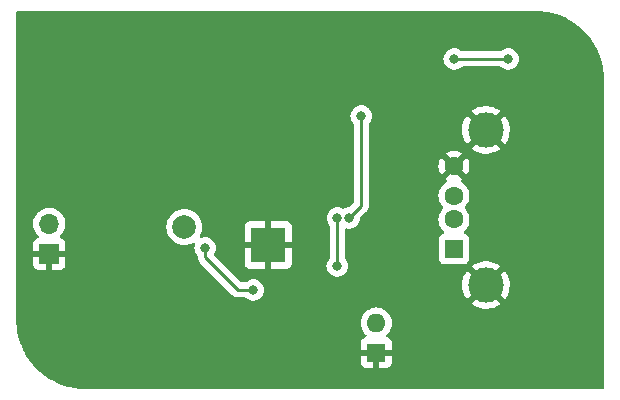
<source format=gbr>
%TF.GenerationSoftware,KiCad,Pcbnew,(6.0.7-1)-1*%
%TF.CreationDate,2023-01-16T13:52:54-08:00*%
%TF.ProjectId,updated_boost_USB_charger,75706461-7465-4645-9f62-6f6f73745f55,rev?*%
%TF.SameCoordinates,Original*%
%TF.FileFunction,Copper,L2,Bot*%
%TF.FilePolarity,Positive*%
%FSLAX46Y46*%
G04 Gerber Fmt 4.6, Leading zero omitted, Abs format (unit mm)*
G04 Created by KiCad (PCBNEW (6.0.7-1)-1) date 2023-01-16 13:52:54*
%MOMM*%
%LPD*%
G01*
G04 APERTURE LIST*
%TA.AperFunction,ComponentPad*%
%ADD10C,0.600000*%
%TD*%
%TA.AperFunction,SMDPad,CuDef*%
%ADD11R,3.000000X3.000000*%
%TD*%
%TA.AperFunction,ComponentPad*%
%ADD12O,1.700000X1.700000*%
%TD*%
%TA.AperFunction,ComponentPad*%
%ADD13R,1.700000X1.700000*%
%TD*%
%TA.AperFunction,ComponentPad*%
%ADD14O,1.600000X1.600000*%
%TD*%
%TA.AperFunction,ComponentPad*%
%ADD15R,1.600000X1.600000*%
%TD*%
%TA.AperFunction,ComponentPad*%
%ADD16C,2.000000*%
%TD*%
%TA.AperFunction,ComponentPad*%
%ADD17R,1.500000X1.600000*%
%TD*%
%TA.AperFunction,ComponentPad*%
%ADD18C,1.600000*%
%TD*%
%TA.AperFunction,ComponentPad*%
%ADD19C,3.000000*%
%TD*%
%TA.AperFunction,ViaPad*%
%ADD20C,0.800000*%
%TD*%
%TA.AperFunction,Conductor*%
%ADD21C,0.254000*%
%TD*%
G04 APERTURE END LIST*
D10*
%TO.P,U1,17,PPAD*%
%TO.N,GND*%
X108274000Y-111055000D03*
D11*
X109474000Y-109855000D03*
D10*
X108274000Y-108655000D03*
X110674000Y-108655000D03*
X110674000Y-111055000D03*
%TD*%
D12*
%TO.P,BT1,1,+*%
%TO.N,Net-(BT1-Pad1)*%
X90932000Y-108072000D03*
D13*
%TO.P,BT1,2,-*%
%TO.N,GND*%
X90932000Y-110612000D03*
%TD*%
D14*
%TO.P,C4,1*%
%TO.N,+5V*%
X118618000Y-116459000D03*
D15*
%TO.P,C4,2*%
%TO.N,GND*%
X118618000Y-118959000D03*
%TD*%
D16*
%TO.P,Test Point,1*%
%TO.N,/V_BAT*%
X102362000Y-108331000D03*
%TD*%
D17*
%TO.P,J1,1,VBUS*%
%TO.N,+5V*%
X125196000Y-110180000D03*
D18*
%TO.P,J1,2,D-*%
%TO.N,Net-(J1-Pad2)*%
X125196000Y-107680000D03*
%TO.P,J1,3,D+*%
%TO.N,Net-(J1-Pad3)*%
X125196000Y-105680000D03*
%TO.P,J1,4,GND*%
%TO.N,GND*%
X125196000Y-103180000D03*
D19*
%TO.P,J1,5,Shield*%
X127906000Y-100110000D03*
X127906000Y-113250000D03*
%TD*%
D20*
%TO.N,GND*%
X106299000Y-120523000D03*
X96774000Y-120523000D03*
X89281000Y-115443000D03*
X136398000Y-106807000D03*
X125222000Y-115951000D03*
X136398000Y-115951000D03*
X113284000Y-120523000D03*
X136398000Y-98171000D03*
%TO.N,/V_BAT*%
X108204000Y-113665000D03*
X104140000Y-110109000D03*
%TO.N,+5V*%
X115316000Y-111633000D03*
X129794000Y-94107000D03*
X125222000Y-94107000D03*
X115326783Y-107563286D03*
%TO.N,Net-(R4-Pad2)*%
X116326286Y-107563286D03*
X117348000Y-98933000D03*
%TD*%
D21*
%TO.N,/V_BAT*%
X104140000Y-110871000D02*
X104140000Y-110109000D01*
X108204000Y-113665000D02*
X106934000Y-113665000D01*
X106934000Y-113665000D02*
X104140000Y-110871000D01*
%TO.N,+5V*%
X115326783Y-107563286D02*
X115326783Y-108320217D01*
X115316000Y-108331000D02*
X115316000Y-111633000D01*
X115326783Y-108320217D02*
X115316000Y-108331000D01*
X129794000Y-94107000D02*
X125222000Y-94107000D01*
%TO.N,Net-(R4-Pad2)*%
X116326286Y-107563286D02*
X116337714Y-107563286D01*
X117348000Y-106553000D02*
X117348000Y-98933000D01*
X116337714Y-107563286D02*
X117348000Y-106553000D01*
%TD*%
%TA.AperFunction,Conductor*%
%TO.N,GND*%
G36*
X132050018Y-90045000D02*
G01*
X132064852Y-90047310D01*
X132064855Y-90047310D01*
X132073724Y-90048691D01*
X132082626Y-90047527D01*
X132082627Y-90047527D01*
X132095104Y-90045896D01*
X132116385Y-90044930D01*
X132533369Y-90061313D01*
X132543232Y-90062089D01*
X132988901Y-90114838D01*
X132998672Y-90116386D01*
X133222935Y-90160994D01*
X133438828Y-90203938D01*
X133448434Y-90206244D01*
X133880362Y-90328060D01*
X133889752Y-90331111D01*
X134310802Y-90486445D01*
X134319942Y-90490231D01*
X134727496Y-90678115D01*
X134736311Y-90682607D01*
X135127850Y-90901880D01*
X135136286Y-90907049D01*
X135509438Y-91156381D01*
X135517426Y-91162184D01*
X135669573Y-91282128D01*
X135869861Y-91440023D01*
X135877384Y-91446448D01*
X136025809Y-91583650D01*
X136206940Y-91751086D01*
X136213914Y-91758060D01*
X136381350Y-91939191D01*
X136518552Y-92087616D01*
X136524977Y-92095139D01*
X136802810Y-92447566D01*
X136808625Y-92455570D01*
X137057951Y-92828714D01*
X137063120Y-92837150D01*
X137282393Y-93228689D01*
X137286884Y-93237502D01*
X137392707Y-93467050D01*
X137474769Y-93645058D01*
X137478555Y-93654198D01*
X137633886Y-94075238D01*
X137636940Y-94084638D01*
X137748036Y-94478556D01*
X137758754Y-94516559D01*
X137761062Y-94526172D01*
X137785465Y-94648852D01*
X137848614Y-94966328D01*
X137850162Y-94976099D01*
X137902911Y-95421768D01*
X137903687Y-95431631D01*
X137919776Y-95841134D01*
X137918373Y-95865463D01*
X137917691Y-95869847D01*
X137916309Y-95878724D01*
X137917473Y-95887626D01*
X137917473Y-95887628D01*
X137920436Y-95910283D01*
X137921500Y-95926621D01*
X137921500Y-121920500D01*
X137901498Y-121988621D01*
X137847842Y-122035114D01*
X137795500Y-122046500D01*
X94029367Y-122046500D01*
X94009982Y-122045000D01*
X93995148Y-122042690D01*
X93995145Y-122042690D01*
X93986276Y-122041309D01*
X93977374Y-122042473D01*
X93977373Y-122042473D01*
X93964896Y-122044104D01*
X93943615Y-122045070D01*
X93526631Y-122028687D01*
X93516768Y-122027911D01*
X93071099Y-121975162D01*
X93061328Y-121973614D01*
X92794303Y-121920500D01*
X92621172Y-121886062D01*
X92611566Y-121883756D01*
X92179638Y-121761940D01*
X92170248Y-121758889D01*
X91749196Y-121603554D01*
X91740058Y-121599769D01*
X91332504Y-121411885D01*
X91323689Y-121407393D01*
X90932150Y-121188120D01*
X90923714Y-121182951D01*
X90736388Y-121057784D01*
X90550562Y-120933619D01*
X90542574Y-120927816D01*
X90390427Y-120807872D01*
X90190139Y-120649977D01*
X90182616Y-120643552D01*
X90034191Y-120506350D01*
X89853060Y-120338914D01*
X89846086Y-120331940D01*
X89656905Y-120127285D01*
X89541448Y-120002384D01*
X89535023Y-119994861D01*
X89384298Y-119803669D01*
X117310001Y-119803669D01*
X117310371Y-119810490D01*
X117315895Y-119861352D01*
X117319521Y-119876604D01*
X117364676Y-119997054D01*
X117373214Y-120012649D01*
X117449715Y-120114724D01*
X117462276Y-120127285D01*
X117564351Y-120203786D01*
X117579946Y-120212324D01*
X117700394Y-120257478D01*
X117715649Y-120261105D01*
X117766514Y-120266631D01*
X117773328Y-120267000D01*
X118345885Y-120267000D01*
X118361124Y-120262525D01*
X118362329Y-120261135D01*
X118364000Y-120253452D01*
X118364000Y-120248884D01*
X118872000Y-120248884D01*
X118876475Y-120264123D01*
X118877865Y-120265328D01*
X118885548Y-120266999D01*
X119462669Y-120266999D01*
X119469490Y-120266629D01*
X119520352Y-120261105D01*
X119535604Y-120257479D01*
X119656054Y-120212324D01*
X119671649Y-120203786D01*
X119773724Y-120127285D01*
X119786285Y-120114724D01*
X119862786Y-120012649D01*
X119871324Y-119997054D01*
X119916478Y-119876606D01*
X119920105Y-119861351D01*
X119925631Y-119810486D01*
X119926000Y-119803672D01*
X119926000Y-119231115D01*
X119921525Y-119215876D01*
X119920135Y-119214671D01*
X119912452Y-119213000D01*
X118890115Y-119213000D01*
X118874876Y-119217475D01*
X118873671Y-119218865D01*
X118872000Y-119226548D01*
X118872000Y-120248884D01*
X118364000Y-120248884D01*
X118364000Y-119231115D01*
X118359525Y-119215876D01*
X118358135Y-119214671D01*
X118350452Y-119213000D01*
X117328116Y-119213000D01*
X117312877Y-119217475D01*
X117311672Y-119218865D01*
X117310001Y-119226548D01*
X117310001Y-119803669D01*
X89384298Y-119803669D01*
X89257190Y-119642434D01*
X89251375Y-119634430D01*
X89002049Y-119261286D01*
X88996880Y-119252850D01*
X88777607Y-118861311D01*
X88773115Y-118852496D01*
X88705119Y-118705000D01*
X88585230Y-118444939D01*
X88581445Y-118435802D01*
X88471762Y-118138495D01*
X88426111Y-118014752D01*
X88423057Y-118005352D01*
X88399253Y-117920946D01*
X88301244Y-117573434D01*
X88298936Y-117563821D01*
X88211386Y-117123672D01*
X88209838Y-117113901D01*
X88157089Y-116668232D01*
X88156313Y-116658369D01*
X88148480Y-116459000D01*
X117304502Y-116459000D01*
X117324457Y-116687087D01*
X117383716Y-116908243D01*
X117386039Y-116913224D01*
X117386039Y-116913225D01*
X117478151Y-117110762D01*
X117478154Y-117110767D01*
X117480477Y-117115749D01*
X117611802Y-117303300D01*
X117757922Y-117449420D01*
X117791948Y-117511732D01*
X117786883Y-117582547D01*
X117744336Y-117639383D01*
X117707394Y-117656683D01*
X117707793Y-117657748D01*
X117579946Y-117705676D01*
X117564351Y-117714214D01*
X117462276Y-117790715D01*
X117449715Y-117803276D01*
X117373214Y-117905351D01*
X117364676Y-117920946D01*
X117319522Y-118041394D01*
X117315895Y-118056649D01*
X117310369Y-118107514D01*
X117310000Y-118114328D01*
X117310000Y-118686885D01*
X117314475Y-118702124D01*
X117315865Y-118703329D01*
X117323548Y-118705000D01*
X119907884Y-118705000D01*
X119923123Y-118700525D01*
X119924328Y-118699135D01*
X119925999Y-118691452D01*
X119925999Y-118114331D01*
X119925629Y-118107510D01*
X119920105Y-118056648D01*
X119916479Y-118041396D01*
X119871324Y-117920946D01*
X119862786Y-117905351D01*
X119786285Y-117803276D01*
X119773724Y-117790715D01*
X119671649Y-117714214D01*
X119656054Y-117705676D01*
X119528207Y-117657748D01*
X119528904Y-117655888D01*
X119476372Y-117625869D01*
X119443558Y-117562910D01*
X119449992Y-117492206D01*
X119478079Y-117449419D01*
X119624198Y-117303300D01*
X119755523Y-117115749D01*
X119757846Y-117110767D01*
X119757849Y-117110762D01*
X119849961Y-116913225D01*
X119849961Y-116913224D01*
X119852284Y-116908243D01*
X119911543Y-116687087D01*
X119931498Y-116459000D01*
X119911543Y-116230913D01*
X119852284Y-116009757D01*
X119849961Y-116004775D01*
X119757849Y-115807238D01*
X119757846Y-115807233D01*
X119755523Y-115802251D01*
X119624198Y-115614700D01*
X119462300Y-115452802D01*
X119457792Y-115449645D01*
X119457789Y-115449643D01*
X119379611Y-115394902D01*
X119274749Y-115321477D01*
X119269767Y-115319154D01*
X119269762Y-115319151D01*
X119072225Y-115227039D01*
X119072224Y-115227039D01*
X119067243Y-115224716D01*
X119061935Y-115223294D01*
X119061933Y-115223293D01*
X118851402Y-115166881D01*
X118851400Y-115166881D01*
X118846087Y-115165457D01*
X118618000Y-115145502D01*
X118389913Y-115165457D01*
X118384600Y-115166881D01*
X118384598Y-115166881D01*
X118174067Y-115223293D01*
X118174065Y-115223294D01*
X118168757Y-115224716D01*
X118163776Y-115227039D01*
X118163775Y-115227039D01*
X117966238Y-115319151D01*
X117966233Y-115319154D01*
X117961251Y-115321477D01*
X117856389Y-115394902D01*
X117778211Y-115449643D01*
X117778208Y-115449645D01*
X117773700Y-115452802D01*
X117611802Y-115614700D01*
X117480477Y-115802251D01*
X117478154Y-115807233D01*
X117478151Y-115807238D01*
X117386039Y-116004775D01*
X117383716Y-116009757D01*
X117324457Y-116230913D01*
X117304502Y-116459000D01*
X88148480Y-116459000D01*
X88140372Y-116252645D01*
X88142021Y-116226794D01*
X88142769Y-116222347D01*
X88143576Y-116217552D01*
X88143729Y-116205000D01*
X88139773Y-116177376D01*
X88138500Y-116159514D01*
X88138500Y-114839654D01*
X126681618Y-114839654D01*
X126688673Y-114849627D01*
X126719679Y-114875551D01*
X126726598Y-114880579D01*
X126951272Y-115021515D01*
X126958807Y-115025556D01*
X127200520Y-115134694D01*
X127208551Y-115137680D01*
X127462832Y-115213002D01*
X127471184Y-115214869D01*
X127733340Y-115254984D01*
X127741874Y-115255700D01*
X128007045Y-115259867D01*
X128015596Y-115259418D01*
X128278883Y-115227557D01*
X128287284Y-115225955D01*
X128543824Y-115158653D01*
X128551926Y-115155926D01*
X128796949Y-115054434D01*
X128804617Y-115050628D01*
X129033598Y-114916822D01*
X129040679Y-114912009D01*
X129120655Y-114849301D01*
X129129125Y-114837442D01*
X129122608Y-114825818D01*
X127918812Y-113622022D01*
X127904868Y-113614408D01*
X127903035Y-113614539D01*
X127896420Y-113618790D01*
X126688910Y-114826300D01*
X126681618Y-114839654D01*
X88138500Y-114839654D01*
X88138500Y-111506669D01*
X89574001Y-111506669D01*
X89574371Y-111513490D01*
X89579895Y-111564352D01*
X89583521Y-111579604D01*
X89628676Y-111700054D01*
X89637214Y-111715649D01*
X89713715Y-111817724D01*
X89726276Y-111830285D01*
X89828351Y-111906786D01*
X89843946Y-111915324D01*
X89964394Y-111960478D01*
X89979649Y-111964105D01*
X90030514Y-111969631D01*
X90037328Y-111970000D01*
X90659885Y-111970000D01*
X90675124Y-111965525D01*
X90676329Y-111964135D01*
X90678000Y-111956452D01*
X90678000Y-111951884D01*
X91186000Y-111951884D01*
X91190475Y-111967123D01*
X91191865Y-111968328D01*
X91199548Y-111969999D01*
X91826669Y-111969999D01*
X91833490Y-111969629D01*
X91884352Y-111964105D01*
X91899604Y-111960479D01*
X92020054Y-111915324D01*
X92035649Y-111906786D01*
X92137724Y-111830285D01*
X92150285Y-111817724D01*
X92226786Y-111715649D01*
X92235324Y-111700054D01*
X92280478Y-111579606D01*
X92284105Y-111564351D01*
X92289631Y-111513486D01*
X92290000Y-111506672D01*
X92290000Y-110884115D01*
X92285525Y-110868876D01*
X92284135Y-110867671D01*
X92276452Y-110866000D01*
X91204115Y-110866000D01*
X91188876Y-110870475D01*
X91187671Y-110871865D01*
X91186000Y-110879548D01*
X91186000Y-111951884D01*
X90678000Y-111951884D01*
X90678000Y-110884115D01*
X90673525Y-110868876D01*
X90672135Y-110867671D01*
X90664452Y-110866000D01*
X89592116Y-110866000D01*
X89576877Y-110870475D01*
X89575672Y-110871865D01*
X89574001Y-110879548D01*
X89574001Y-111506669D01*
X88138500Y-111506669D01*
X88138500Y-108038695D01*
X89569251Y-108038695D01*
X89569548Y-108043848D01*
X89569548Y-108043851D01*
X89575011Y-108138590D01*
X89582110Y-108261715D01*
X89583247Y-108266761D01*
X89583248Y-108266767D01*
X89594968Y-108318771D01*
X89631222Y-108479639D01*
X89715266Y-108686616D01*
X89725375Y-108703112D01*
X89828563Y-108871500D01*
X89831987Y-108877088D01*
X89978250Y-109045938D01*
X89982225Y-109049238D01*
X89982231Y-109049244D01*
X89987425Y-109053556D01*
X90027059Y-109112460D01*
X90028555Y-109183441D01*
X89991439Y-109243962D01*
X89951168Y-109268480D01*
X89843946Y-109308676D01*
X89828351Y-109317214D01*
X89726276Y-109393715D01*
X89713715Y-109406276D01*
X89637214Y-109508351D01*
X89628676Y-109523946D01*
X89583522Y-109644394D01*
X89579895Y-109659649D01*
X89574369Y-109710514D01*
X89574000Y-109717328D01*
X89574000Y-110339885D01*
X89578475Y-110355124D01*
X89579865Y-110356329D01*
X89587548Y-110358000D01*
X92271884Y-110358000D01*
X92287123Y-110353525D01*
X92288328Y-110352135D01*
X92289999Y-110344452D01*
X92289999Y-109717331D01*
X92289629Y-109710510D01*
X92284105Y-109659648D01*
X92280479Y-109644396D01*
X92235324Y-109523946D01*
X92226786Y-109508351D01*
X92150285Y-109406276D01*
X92137724Y-109393715D01*
X92035649Y-109317214D01*
X92020054Y-109308676D01*
X91909813Y-109267348D01*
X91853049Y-109224706D01*
X91828349Y-109158145D01*
X91843557Y-109088796D01*
X91865104Y-109060115D01*
X91966430Y-108959144D01*
X91966440Y-108959132D01*
X91970096Y-108955489D01*
X92016999Y-108890217D01*
X92097435Y-108778277D01*
X92100453Y-108774077D01*
X92114601Y-108745452D01*
X92197136Y-108578453D01*
X92197137Y-108578451D01*
X92199430Y-108573811D01*
X92239327Y-108442496D01*
X92262865Y-108365023D01*
X92262865Y-108365021D01*
X92264370Y-108360069D01*
X92268197Y-108331000D01*
X100848835Y-108331000D01*
X100867465Y-108567711D01*
X100868619Y-108572518D01*
X100868620Y-108572524D01*
X100896550Y-108688860D01*
X100922895Y-108798594D01*
X100924788Y-108803165D01*
X100924789Y-108803167D01*
X100989397Y-108959144D01*
X101013760Y-109017963D01*
X101016346Y-109022183D01*
X101135241Y-109216202D01*
X101135245Y-109216208D01*
X101137824Y-109220416D01*
X101292031Y-109400969D01*
X101295787Y-109404177D01*
X101298245Y-109406276D01*
X101472584Y-109555176D01*
X101476792Y-109557755D01*
X101476798Y-109557759D01*
X101670817Y-109676654D01*
X101675037Y-109679240D01*
X101679607Y-109681133D01*
X101679611Y-109681135D01*
X101830728Y-109743729D01*
X101894406Y-109770105D01*
X101974609Y-109789360D01*
X102120476Y-109824380D01*
X102120482Y-109824381D01*
X102125289Y-109825535D01*
X102362000Y-109844165D01*
X102598711Y-109825535D01*
X102603518Y-109824381D01*
X102603524Y-109824380D01*
X102749391Y-109789360D01*
X102829594Y-109770105D01*
X102893272Y-109743729D01*
X103044389Y-109681135D01*
X103044393Y-109681133D01*
X103048963Y-109679240D01*
X103053183Y-109676654D01*
X103101649Y-109646954D01*
X103170183Y-109628416D01*
X103237859Y-109649872D01*
X103283192Y-109704512D01*
X103291789Y-109774986D01*
X103287319Y-109793316D01*
X103246458Y-109919072D01*
X103226496Y-110109000D01*
X103246458Y-110298928D01*
X103305473Y-110480556D01*
X103400960Y-110645944D01*
X103405378Y-110650851D01*
X103405379Y-110650852D01*
X103470654Y-110723347D01*
X103501371Y-110787354D01*
X103502161Y-110810723D01*
X103502292Y-110810719D01*
X103504438Y-110879012D01*
X103504500Y-110882969D01*
X103504500Y-110910983D01*
X103504996Y-110914908D01*
X103504996Y-110914909D01*
X103505008Y-110915004D01*
X103505941Y-110926849D01*
X103507335Y-110971205D01*
X103509547Y-110978817D01*
X103513013Y-110990748D01*
X103517023Y-111010112D01*
X103519573Y-111030299D01*
X103522489Y-111037663D01*
X103522490Y-111037668D01*
X103535907Y-111071556D01*
X103539752Y-111082785D01*
X103552131Y-111125393D01*
X103556169Y-111132220D01*
X103556170Y-111132223D01*
X103562488Y-111142906D01*
X103571188Y-111160664D01*
X103575761Y-111172215D01*
X103575765Y-111172221D01*
X103578681Y-111179588D01*
X103583339Y-111185999D01*
X103583340Y-111186001D01*
X103604764Y-111215488D01*
X103611281Y-111225410D01*
X103629826Y-111256768D01*
X103629829Y-111256772D01*
X103633866Y-111263598D01*
X103648250Y-111277982D01*
X103661091Y-111293016D01*
X103673058Y-111309487D01*
X103679166Y-111314540D01*
X103707255Y-111337777D01*
X103716035Y-111345767D01*
X106428750Y-114058483D01*
X106436326Y-114066809D01*
X106440447Y-114073303D01*
X106446222Y-114078726D01*
X106490265Y-114120085D01*
X106493107Y-114122840D01*
X106512906Y-114142639D01*
X106516031Y-114145063D01*
X106516040Y-114145071D01*
X106516126Y-114145137D01*
X106525151Y-114152845D01*
X106557494Y-114183217D01*
X106564438Y-114187035D01*
X106564440Y-114187036D01*
X106575329Y-114193022D01*
X106591847Y-114203873D01*
X106607933Y-114216350D01*
X106648666Y-114233976D01*
X106659314Y-114239193D01*
X106698197Y-114260569D01*
X106705872Y-114262540D01*
X106705878Y-114262542D01*
X106717911Y-114265631D01*
X106736613Y-114272034D01*
X106755292Y-114280117D01*
X106789128Y-114285476D01*
X106799127Y-114287060D01*
X106810740Y-114289465D01*
X106853718Y-114300500D01*
X106874065Y-114300500D01*
X106893777Y-114302051D01*
X106913879Y-114305235D01*
X106921771Y-114304489D01*
X106958056Y-114301059D01*
X106969914Y-114300500D01*
X107497601Y-114300500D01*
X107565722Y-114320502D01*
X107582908Y-114335109D01*
X107583420Y-114334540D01*
X107588332Y-114338963D01*
X107592747Y-114343866D01*
X107747248Y-114456118D01*
X107753276Y-114458802D01*
X107753278Y-114458803D01*
X107915681Y-114531109D01*
X107921712Y-114533794D01*
X108015113Y-114553647D01*
X108102056Y-114572128D01*
X108102061Y-114572128D01*
X108108513Y-114573500D01*
X108299487Y-114573500D01*
X108305939Y-114572128D01*
X108305944Y-114572128D01*
X108392887Y-114553647D01*
X108486288Y-114533794D01*
X108492319Y-114531109D01*
X108654722Y-114458803D01*
X108654724Y-114458802D01*
X108660752Y-114456118D01*
X108815253Y-114343866D01*
X108836290Y-114320502D01*
X108938621Y-114206852D01*
X108938622Y-114206851D01*
X108943040Y-114201944D01*
X109022246Y-114064756D01*
X109035223Y-114042279D01*
X109035224Y-114042278D01*
X109038527Y-114036556D01*
X109097542Y-113854928D01*
X109105946Y-113774974D01*
X109116814Y-113671565D01*
X109117504Y-113665000D01*
X109097542Y-113475072D01*
X109038527Y-113293444D01*
X109003747Y-113233204D01*
X125893665Y-113233204D01*
X125908932Y-113497969D01*
X125910005Y-113506470D01*
X125961065Y-113766722D01*
X125963276Y-113774974D01*
X126049184Y-114025894D01*
X126052499Y-114033779D01*
X126171664Y-114270713D01*
X126176020Y-114278079D01*
X126305347Y-114466250D01*
X126315601Y-114474594D01*
X126329342Y-114467448D01*
X127533978Y-113262812D01*
X127540356Y-113251132D01*
X128270408Y-113251132D01*
X128270539Y-113252965D01*
X128274790Y-113259580D01*
X129481730Y-114466520D01*
X129493939Y-114473187D01*
X129505439Y-114464497D01*
X129602831Y-114331913D01*
X129607418Y-114324685D01*
X129733962Y-114091621D01*
X129737530Y-114083827D01*
X129831271Y-113835750D01*
X129833748Y-113827544D01*
X129892954Y-113569038D01*
X129894294Y-113560577D01*
X129918031Y-113294616D01*
X129918277Y-113289677D01*
X129918666Y-113252485D01*
X129918523Y-113247519D01*
X129900362Y-112981123D01*
X129899201Y-112972649D01*
X129845419Y-112712944D01*
X129843120Y-112704709D01*
X129754588Y-112454705D01*
X129751191Y-112446854D01*
X129629550Y-112211178D01*
X129625122Y-112203866D01*
X129506031Y-112034417D01*
X129495509Y-112026037D01*
X129482121Y-112033089D01*
X128278022Y-113237188D01*
X128270408Y-113251132D01*
X127540356Y-113251132D01*
X127541592Y-113248868D01*
X127541461Y-113247035D01*
X127537210Y-113240420D01*
X126329814Y-112033024D01*
X126317804Y-112026466D01*
X126306064Y-112035434D01*
X126197935Y-112185911D01*
X126193418Y-112193196D01*
X126069325Y-112427567D01*
X126065839Y-112435395D01*
X125974700Y-112684446D01*
X125972311Y-112692670D01*
X125915812Y-112951795D01*
X125914563Y-112960250D01*
X125893754Y-113224653D01*
X125893665Y-113233204D01*
X109003747Y-113233204D01*
X108943040Y-113128056D01*
X108815253Y-112986134D01*
X108716157Y-112914136D01*
X108666094Y-112877763D01*
X108666093Y-112877762D01*
X108660752Y-112873882D01*
X108654724Y-112871198D01*
X108654722Y-112871197D01*
X108492319Y-112798891D01*
X108492318Y-112798891D01*
X108486288Y-112796206D01*
X108392888Y-112776353D01*
X108305944Y-112757872D01*
X108305939Y-112757872D01*
X108299487Y-112756500D01*
X108108513Y-112756500D01*
X108102061Y-112757872D01*
X108102056Y-112757872D01*
X108015112Y-112776353D01*
X107921712Y-112796206D01*
X107915682Y-112798891D01*
X107915681Y-112798891D01*
X107753278Y-112871197D01*
X107753276Y-112871198D01*
X107747248Y-112873882D01*
X107741907Y-112877762D01*
X107741906Y-112877763D01*
X107640010Y-112951795D01*
X107592747Y-112986134D01*
X107588332Y-112991037D01*
X107583420Y-112995460D01*
X107581779Y-112993638D01*
X107530790Y-113025050D01*
X107497601Y-113029500D01*
X107249423Y-113029500D01*
X107181302Y-113009498D01*
X107160328Y-112992595D01*
X105218393Y-111050660D01*
X107461654Y-111050660D01*
X107465400Y-111088869D01*
X107466001Y-111101164D01*
X107466001Y-111399669D01*
X107466371Y-111406490D01*
X107471895Y-111457352D01*
X107475521Y-111472604D01*
X107520676Y-111593054D01*
X107529214Y-111608649D01*
X107605715Y-111710724D01*
X107618276Y-111723285D01*
X107720351Y-111799786D01*
X107735946Y-111808324D01*
X107856394Y-111853478D01*
X107871649Y-111857105D01*
X107922514Y-111862631D01*
X107929328Y-111863000D01*
X108211618Y-111863000D01*
X108228283Y-111864107D01*
X108249991Y-111867004D01*
X108263986Y-111867297D01*
X108305494Y-111863519D01*
X108316914Y-111863000D01*
X109201885Y-111863000D01*
X109217124Y-111858525D01*
X109218329Y-111857135D01*
X109220000Y-111849452D01*
X109220000Y-111844884D01*
X109728000Y-111844884D01*
X109732475Y-111860123D01*
X109733865Y-111861328D01*
X109741548Y-111862999D01*
X110611610Y-111862999D01*
X110628275Y-111864106D01*
X110649990Y-111867004D01*
X110663986Y-111867297D01*
X110705503Y-111863518D01*
X110716923Y-111862999D01*
X111018669Y-111862999D01*
X111025490Y-111862629D01*
X111076352Y-111857105D01*
X111091604Y-111853479D01*
X111212054Y-111808324D01*
X111227649Y-111799786D01*
X111329724Y-111723285D01*
X111342285Y-111710724D01*
X111400536Y-111633000D01*
X114402496Y-111633000D01*
X114422458Y-111822928D01*
X114481473Y-112004556D01*
X114484776Y-112010278D01*
X114484777Y-112010279D01*
X114498713Y-112034417D01*
X114576960Y-112169944D01*
X114704747Y-112311866D01*
X114859248Y-112424118D01*
X114865276Y-112426802D01*
X114865278Y-112426803D01*
X115027681Y-112499109D01*
X115033712Y-112501794D01*
X115127112Y-112521647D01*
X115214056Y-112540128D01*
X115214061Y-112540128D01*
X115220513Y-112541500D01*
X115411487Y-112541500D01*
X115417939Y-112540128D01*
X115417944Y-112540128D01*
X115504888Y-112521647D01*
X115598288Y-112501794D01*
X115604319Y-112499109D01*
X115766722Y-112426803D01*
X115766724Y-112426802D01*
X115772752Y-112424118D01*
X115927253Y-112311866D01*
X116055040Y-112169944D01*
X116133287Y-112034417D01*
X116147223Y-112010279D01*
X116147224Y-112010278D01*
X116150527Y-112004556D01*
X116209542Y-111822928D01*
X116226403Y-111662500D01*
X126682584Y-111662500D01*
X126688980Y-111673770D01*
X127893188Y-112877978D01*
X127907132Y-112885592D01*
X127908965Y-112885461D01*
X127915580Y-112881210D01*
X129122604Y-111674186D01*
X129129795Y-111661017D01*
X129122473Y-111650780D01*
X129075233Y-111612115D01*
X129068261Y-111607160D01*
X128842122Y-111468582D01*
X128834552Y-111464624D01*
X128591704Y-111358022D01*
X128583644Y-111355120D01*
X128328592Y-111282467D01*
X128320214Y-111280685D01*
X128057656Y-111243318D01*
X128049111Y-111242691D01*
X127783908Y-111241302D01*
X127775374Y-111241839D01*
X127512433Y-111276456D01*
X127504035Y-111278149D01*
X127248238Y-111348127D01*
X127240143Y-111350946D01*
X126996199Y-111454997D01*
X126988577Y-111458881D01*
X126761013Y-111595075D01*
X126753981Y-111599962D01*
X126691053Y-111650377D01*
X126682584Y-111662500D01*
X116226403Y-111662500D01*
X116229504Y-111633000D01*
X116211043Y-111457351D01*
X116210232Y-111449635D01*
X116210232Y-111449633D01*
X116209542Y-111443072D01*
X116150527Y-111261444D01*
X116055040Y-111096056D01*
X116021641Y-111058962D01*
X116001553Y-111036653D01*
X115983864Y-111017007D01*
X115953146Y-110953000D01*
X115951500Y-110932697D01*
X115951500Y-108568016D01*
X115971502Y-108499895D01*
X116025158Y-108453402D01*
X116095432Y-108443298D01*
X116103697Y-108444770D01*
X116224333Y-108470413D01*
X116224346Y-108470414D01*
X116230799Y-108471786D01*
X116421773Y-108471786D01*
X116428225Y-108470414D01*
X116428230Y-108470414D01*
X116515173Y-108451933D01*
X116608574Y-108432080D01*
X116614605Y-108429395D01*
X116777008Y-108357089D01*
X116777010Y-108357088D01*
X116783038Y-108354404D01*
X116937539Y-108242152D01*
X117065326Y-108100230D01*
X117160813Y-107934842D01*
X117219828Y-107753214D01*
X117227524Y-107680000D01*
X123882502Y-107680000D01*
X123902457Y-107908087D01*
X123903881Y-107913400D01*
X123903881Y-107913402D01*
X123946378Y-108072000D01*
X123961716Y-108129243D01*
X123964039Y-108134224D01*
X123964039Y-108134225D01*
X124056151Y-108331762D01*
X124056154Y-108331767D01*
X124058477Y-108336749D01*
X124123349Y-108429395D01*
X124152071Y-108470414D01*
X124189802Y-108524300D01*
X124348642Y-108683140D01*
X124382668Y-108745452D01*
X124377603Y-108816267D01*
X124335056Y-108873103D01*
X124303777Y-108890216D01*
X124257362Y-108907617D01*
X124207705Y-108926232D01*
X124207704Y-108926233D01*
X124199295Y-108929385D01*
X124082739Y-109016739D01*
X123995385Y-109133295D01*
X123944255Y-109269684D01*
X123937500Y-109331866D01*
X123937500Y-111028134D01*
X123944255Y-111090316D01*
X123995385Y-111226705D01*
X124082739Y-111343261D01*
X124199295Y-111430615D01*
X124335684Y-111481745D01*
X124397866Y-111488500D01*
X125994134Y-111488500D01*
X126056316Y-111481745D01*
X126192705Y-111430615D01*
X126309261Y-111343261D01*
X126396615Y-111226705D01*
X126447745Y-111090316D01*
X126454500Y-111028134D01*
X126454500Y-109331866D01*
X126447745Y-109269684D01*
X126396615Y-109133295D01*
X126309261Y-109016739D01*
X126192705Y-108929385D01*
X126184296Y-108926233D01*
X126184295Y-108926232D01*
X126134638Y-108907617D01*
X126088223Y-108890217D01*
X126031459Y-108847576D01*
X126006759Y-108781015D01*
X126021966Y-108711666D01*
X126043358Y-108683140D01*
X126202198Y-108524300D01*
X126239930Y-108470414D01*
X126268651Y-108429395D01*
X126333523Y-108336749D01*
X126335846Y-108331767D01*
X126335849Y-108331762D01*
X126427961Y-108134225D01*
X126427961Y-108134224D01*
X126430284Y-108129243D01*
X126445623Y-108072000D01*
X126488119Y-107913402D01*
X126488119Y-107913400D01*
X126489543Y-107908087D01*
X126509498Y-107680000D01*
X126489543Y-107451913D01*
X126488119Y-107446598D01*
X126431707Y-107236067D01*
X126431706Y-107236065D01*
X126430284Y-107230757D01*
X126424527Y-107218411D01*
X126335849Y-107028238D01*
X126335846Y-107028233D01*
X126333523Y-107023251D01*
X126243823Y-106895147D01*
X126205357Y-106840211D01*
X126205355Y-106840208D01*
X126202198Y-106835700D01*
X126135593Y-106769095D01*
X126101567Y-106706783D01*
X126106632Y-106635968D01*
X126135593Y-106590905D01*
X126202198Y-106524300D01*
X126207250Y-106517086D01*
X126330366Y-106341257D01*
X126333523Y-106336749D01*
X126335846Y-106331767D01*
X126335849Y-106331762D01*
X126427961Y-106134225D01*
X126427961Y-106134224D01*
X126430284Y-106129243D01*
X126489543Y-105908087D01*
X126509498Y-105680000D01*
X126489543Y-105451913D01*
X126430284Y-105230757D01*
X126427961Y-105225775D01*
X126335849Y-105028238D01*
X126335846Y-105028233D01*
X126333523Y-105023251D01*
X126202198Y-104835700D01*
X126040300Y-104673802D01*
X126035792Y-104670645D01*
X126035789Y-104670643D01*
X125857253Y-104545631D01*
X125852749Y-104542477D01*
X125847765Y-104540153D01*
X125845472Y-104538829D01*
X125796479Y-104487447D01*
X125783043Y-104417733D01*
X125809429Y-104351822D01*
X125845472Y-104320591D01*
X125857002Y-104313934D01*
X125909048Y-104277491D01*
X125917424Y-104267012D01*
X125910356Y-104253566D01*
X125208812Y-103552022D01*
X125194868Y-103544408D01*
X125193035Y-103544539D01*
X125186420Y-103548790D01*
X124480923Y-104254287D01*
X124474493Y-104266062D01*
X124483789Y-104278077D01*
X124534998Y-104313934D01*
X124546528Y-104320591D01*
X124595521Y-104371973D01*
X124608958Y-104441687D01*
X124582571Y-104507598D01*
X124546528Y-104538829D01*
X124544235Y-104540153D01*
X124539251Y-104542477D01*
X124534747Y-104545631D01*
X124356211Y-104670643D01*
X124356208Y-104670645D01*
X124351700Y-104673802D01*
X124189802Y-104835700D01*
X124058477Y-105023251D01*
X124056154Y-105028233D01*
X124056151Y-105028238D01*
X123964039Y-105225775D01*
X123961716Y-105230757D01*
X123902457Y-105451913D01*
X123882502Y-105680000D01*
X123902457Y-105908087D01*
X123961716Y-106129243D01*
X123964039Y-106134224D01*
X123964039Y-106134225D01*
X124056151Y-106331762D01*
X124056154Y-106331767D01*
X124058477Y-106336749D01*
X124061634Y-106341257D01*
X124184751Y-106517086D01*
X124189802Y-106524300D01*
X124256407Y-106590905D01*
X124290433Y-106653217D01*
X124285368Y-106724032D01*
X124256407Y-106769095D01*
X124189802Y-106835700D01*
X124186645Y-106840208D01*
X124186643Y-106840211D01*
X124148177Y-106895147D01*
X124058477Y-107023251D01*
X124056154Y-107028233D01*
X124056151Y-107028238D01*
X123967473Y-107218411D01*
X123961716Y-107230757D01*
X123960294Y-107236065D01*
X123960293Y-107236067D01*
X123903881Y-107446598D01*
X123902457Y-107451913D01*
X123882502Y-107680000D01*
X117227524Y-107680000D01*
X117228099Y-107674525D01*
X117235519Y-107603923D01*
X117262532Y-107538266D01*
X117271734Y-107527998D01*
X117741477Y-107058255D01*
X117749803Y-107050678D01*
X117756303Y-107046553D01*
X117803101Y-106996718D01*
X117805855Y-106993877D01*
X117825638Y-106974094D01*
X117828129Y-106970883D01*
X117835838Y-106961856D01*
X117860789Y-106935286D01*
X117866217Y-106929506D01*
X117876022Y-106911671D01*
X117886876Y-106895147D01*
X117894491Y-106885330D01*
X117894492Y-106885329D01*
X117899349Y-106879067D01*
X117916969Y-106838350D01*
X117922192Y-106827689D01*
X117939749Y-106795753D01*
X117939751Y-106795748D01*
X117943569Y-106788803D01*
X117945539Y-106781129D01*
X117945542Y-106781122D01*
X117948632Y-106769087D01*
X117955036Y-106750382D01*
X117959967Y-106738987D01*
X117963117Y-106731708D01*
X117968586Y-106697177D01*
X117970060Y-106687873D01*
X117972467Y-106676251D01*
X117977626Y-106656158D01*
X117983500Y-106633282D01*
X117983500Y-106612935D01*
X117985051Y-106593224D01*
X117986995Y-106580950D01*
X117988235Y-106573121D01*
X117984059Y-106528944D01*
X117983500Y-106517086D01*
X117983500Y-103185475D01*
X123883483Y-103185475D01*
X123902472Y-103402519D01*
X123904375Y-103413312D01*
X123960764Y-103623761D01*
X123964510Y-103634053D01*
X124056586Y-103831511D01*
X124062069Y-103841006D01*
X124098509Y-103893048D01*
X124108988Y-103901424D01*
X124122434Y-103894356D01*
X124823978Y-103192812D01*
X124830356Y-103181132D01*
X125560408Y-103181132D01*
X125560539Y-103182965D01*
X125564790Y-103189580D01*
X126270287Y-103895077D01*
X126282062Y-103901507D01*
X126294077Y-103892211D01*
X126329931Y-103841006D01*
X126335414Y-103831511D01*
X126427490Y-103634053D01*
X126431236Y-103623761D01*
X126487625Y-103413312D01*
X126489528Y-103402519D01*
X126508517Y-103185475D01*
X126508517Y-103174525D01*
X126489528Y-102957481D01*
X126487625Y-102946688D01*
X126431236Y-102736239D01*
X126427490Y-102725947D01*
X126335414Y-102528489D01*
X126329931Y-102518994D01*
X126293491Y-102466952D01*
X126283012Y-102458576D01*
X126269566Y-102465644D01*
X125568022Y-103167188D01*
X125560408Y-103181132D01*
X124830356Y-103181132D01*
X124831592Y-103178868D01*
X124831461Y-103177035D01*
X124827210Y-103170420D01*
X124121713Y-102464923D01*
X124109938Y-102458493D01*
X124097923Y-102467789D01*
X124062069Y-102518994D01*
X124056586Y-102528489D01*
X123964510Y-102725947D01*
X123960764Y-102736239D01*
X123904375Y-102946688D01*
X123902472Y-102957481D01*
X123883483Y-103174525D01*
X123883483Y-103185475D01*
X117983500Y-103185475D01*
X117983500Y-102092988D01*
X124474576Y-102092988D01*
X124481644Y-102106434D01*
X125183188Y-102807978D01*
X125197132Y-102815592D01*
X125198965Y-102815461D01*
X125205580Y-102811210D01*
X125911077Y-102105713D01*
X125917507Y-102093938D01*
X125908211Y-102081923D01*
X125857006Y-102046069D01*
X125847511Y-102040586D01*
X125650053Y-101948510D01*
X125639761Y-101944764D01*
X125429312Y-101888375D01*
X125418519Y-101886472D01*
X125201475Y-101867483D01*
X125190525Y-101867483D01*
X124973481Y-101886472D01*
X124962688Y-101888375D01*
X124752239Y-101944764D01*
X124741947Y-101948510D01*
X124544489Y-102040586D01*
X124534994Y-102046069D01*
X124482952Y-102082509D01*
X124474576Y-102092988D01*
X117983500Y-102092988D01*
X117983500Y-101699654D01*
X126681618Y-101699654D01*
X126688673Y-101709627D01*
X126719679Y-101735551D01*
X126726598Y-101740579D01*
X126951272Y-101881515D01*
X126958807Y-101885556D01*
X127200520Y-101994694D01*
X127208551Y-101997680D01*
X127462832Y-102073002D01*
X127471184Y-102074869D01*
X127733340Y-102114984D01*
X127741874Y-102115700D01*
X128007045Y-102119867D01*
X128015596Y-102119418D01*
X128278883Y-102087557D01*
X128287284Y-102085955D01*
X128543824Y-102018653D01*
X128551926Y-102015926D01*
X128796949Y-101914434D01*
X128804617Y-101910628D01*
X129033598Y-101776822D01*
X129040679Y-101772009D01*
X129120655Y-101709301D01*
X129129125Y-101697442D01*
X129122608Y-101685818D01*
X127918812Y-100482022D01*
X127904868Y-100474408D01*
X127903035Y-100474539D01*
X127896420Y-100478790D01*
X126688910Y-101686300D01*
X126681618Y-101699654D01*
X117983500Y-101699654D01*
X117983500Y-100093204D01*
X125893665Y-100093204D01*
X125908932Y-100357969D01*
X125910005Y-100366470D01*
X125961065Y-100626722D01*
X125963276Y-100634974D01*
X126049184Y-100885894D01*
X126052499Y-100893779D01*
X126171664Y-101130713D01*
X126176020Y-101138079D01*
X126305347Y-101326250D01*
X126315601Y-101334594D01*
X126329342Y-101327448D01*
X127533978Y-100122812D01*
X127540356Y-100111132D01*
X128270408Y-100111132D01*
X128270539Y-100112965D01*
X128274790Y-100119580D01*
X129481730Y-101326520D01*
X129493939Y-101333187D01*
X129505439Y-101324497D01*
X129602831Y-101191913D01*
X129607418Y-101184685D01*
X129733962Y-100951621D01*
X129737530Y-100943827D01*
X129831271Y-100695750D01*
X129833748Y-100687544D01*
X129892954Y-100429038D01*
X129894294Y-100420577D01*
X129918031Y-100154616D01*
X129918277Y-100149677D01*
X129918666Y-100112485D01*
X129918523Y-100107519D01*
X129900362Y-99841123D01*
X129899201Y-99832649D01*
X129845419Y-99572944D01*
X129843120Y-99564709D01*
X129754588Y-99314705D01*
X129751191Y-99306854D01*
X129629550Y-99071178D01*
X129625122Y-99063866D01*
X129506031Y-98894417D01*
X129495509Y-98886037D01*
X129482121Y-98893089D01*
X128278022Y-100097188D01*
X128270408Y-100111132D01*
X127540356Y-100111132D01*
X127541592Y-100108868D01*
X127541461Y-100107035D01*
X127537210Y-100100420D01*
X126329814Y-98893024D01*
X126317804Y-98886466D01*
X126306064Y-98895434D01*
X126197935Y-99045911D01*
X126193418Y-99053196D01*
X126069325Y-99287567D01*
X126065839Y-99295395D01*
X125974700Y-99544446D01*
X125972311Y-99552670D01*
X125915812Y-99811795D01*
X125914563Y-99820250D01*
X125893754Y-100084653D01*
X125893665Y-100093204D01*
X117983500Y-100093204D01*
X117983500Y-99633303D01*
X118003502Y-99565182D01*
X118015864Y-99548993D01*
X118082621Y-99474852D01*
X118082622Y-99474851D01*
X118087040Y-99469944D01*
X118145314Y-99369010D01*
X118179223Y-99310279D01*
X118179224Y-99310278D01*
X118182527Y-99304556D01*
X118241542Y-99122928D01*
X118261504Y-98933000D01*
X118241542Y-98743072D01*
X118182527Y-98561444D01*
X118160043Y-98522500D01*
X126682584Y-98522500D01*
X126688980Y-98533770D01*
X127893188Y-99737978D01*
X127907132Y-99745592D01*
X127908965Y-99745461D01*
X127915580Y-99741210D01*
X129122604Y-98534186D01*
X129129795Y-98521017D01*
X129122473Y-98510780D01*
X129075233Y-98472115D01*
X129068261Y-98467160D01*
X128842122Y-98328582D01*
X128834552Y-98324624D01*
X128591704Y-98218022D01*
X128583644Y-98215120D01*
X128328592Y-98142467D01*
X128320214Y-98140685D01*
X128057656Y-98103318D01*
X128049111Y-98102691D01*
X127783908Y-98101302D01*
X127775374Y-98101839D01*
X127512433Y-98136456D01*
X127504035Y-98138149D01*
X127248238Y-98208127D01*
X127240143Y-98210946D01*
X126996199Y-98314997D01*
X126988577Y-98318881D01*
X126761013Y-98455075D01*
X126753981Y-98459962D01*
X126691053Y-98510377D01*
X126682584Y-98522500D01*
X118160043Y-98522500D01*
X118087040Y-98396056D01*
X118022723Y-98324624D01*
X117963675Y-98259045D01*
X117963674Y-98259044D01*
X117959253Y-98254134D01*
X117804752Y-98141882D01*
X117798724Y-98139198D01*
X117798722Y-98139197D01*
X117636319Y-98066891D01*
X117636318Y-98066891D01*
X117630288Y-98064206D01*
X117536888Y-98044353D01*
X117449944Y-98025872D01*
X117449939Y-98025872D01*
X117443487Y-98024500D01*
X117252513Y-98024500D01*
X117246061Y-98025872D01*
X117246056Y-98025872D01*
X117159112Y-98044353D01*
X117065712Y-98064206D01*
X117059682Y-98066891D01*
X117059681Y-98066891D01*
X116897278Y-98139197D01*
X116897276Y-98139198D01*
X116891248Y-98141882D01*
X116736747Y-98254134D01*
X116732326Y-98259044D01*
X116732325Y-98259045D01*
X116673278Y-98324624D01*
X116608960Y-98396056D01*
X116513473Y-98561444D01*
X116454458Y-98743072D01*
X116434496Y-98933000D01*
X116454458Y-99122928D01*
X116513473Y-99304556D01*
X116516776Y-99310278D01*
X116516777Y-99310279D01*
X116550686Y-99369010D01*
X116608960Y-99469944D01*
X116613378Y-99474851D01*
X116613379Y-99474852D01*
X116680136Y-99548993D01*
X116710854Y-99613000D01*
X116712500Y-99633303D01*
X116712500Y-106237577D01*
X116692498Y-106305698D01*
X116675595Y-106326672D01*
X116384386Y-106617881D01*
X116322074Y-106651907D01*
X116295291Y-106654786D01*
X116230799Y-106654786D01*
X116224347Y-106656158D01*
X116224342Y-106656158D01*
X116137398Y-106674639D01*
X116043998Y-106694492D01*
X116037968Y-106697177D01*
X116037967Y-106697177D01*
X115998174Y-106714894D01*
X115898019Y-106759486D01*
X115877784Y-106768495D01*
X115807417Y-106777929D01*
X115775287Y-106768495D01*
X115615106Y-106697178D01*
X115615098Y-106697175D01*
X115609071Y-106694492D01*
X115515671Y-106674639D01*
X115428727Y-106656158D01*
X115428722Y-106656158D01*
X115422270Y-106654786D01*
X115231296Y-106654786D01*
X115224844Y-106656158D01*
X115224839Y-106656158D01*
X115137895Y-106674639D01*
X115044495Y-106694492D01*
X115038465Y-106697177D01*
X115038464Y-106697177D01*
X114876061Y-106769483D01*
X114876059Y-106769484D01*
X114870031Y-106772168D01*
X114864690Y-106776048D01*
X114864689Y-106776049D01*
X114857707Y-106781122D01*
X114715530Y-106884420D01*
X114711109Y-106889330D01*
X114711108Y-106889331D01*
X114614416Y-106996719D01*
X114587743Y-107026342D01*
X114492256Y-107191730D01*
X114433241Y-107373358D01*
X114432551Y-107379919D01*
X114432551Y-107379921D01*
X114426465Y-107437825D01*
X114413279Y-107563286D01*
X114413969Y-107569851D01*
X114424971Y-107674525D01*
X114433241Y-107753214D01*
X114492256Y-107934842D01*
X114495559Y-107940564D01*
X114495560Y-107940565D01*
X114569508Y-108068646D01*
X114587743Y-108100230D01*
X114592161Y-108105137D01*
X114592162Y-108105138D01*
X114648136Y-108167303D01*
X114678853Y-108231311D01*
X114680500Y-108251614D01*
X114680500Y-108271065D01*
X114678949Y-108290776D01*
X114675765Y-108310879D01*
X114676511Y-108318771D01*
X114679941Y-108355056D01*
X114680500Y-108366914D01*
X114680500Y-110932697D01*
X114660498Y-111000818D01*
X114648136Y-111017006D01*
X114630447Y-111036653D01*
X114610360Y-111058962D01*
X114576960Y-111096056D01*
X114481473Y-111261444D01*
X114422458Y-111443072D01*
X114421768Y-111449633D01*
X114421768Y-111449635D01*
X114420957Y-111457351D01*
X114402496Y-111633000D01*
X111400536Y-111633000D01*
X111418786Y-111608649D01*
X111427324Y-111593054D01*
X111472478Y-111472606D01*
X111476105Y-111457351D01*
X111481631Y-111406486D01*
X111482000Y-111399672D01*
X111482000Y-111120641D01*
X111483226Y-111103106D01*
X111486244Y-111081628D01*
X111486851Y-111073741D01*
X111487058Y-111058962D01*
X111486671Y-111051061D01*
X111482785Y-111016414D01*
X111482000Y-111002369D01*
X111482000Y-110127115D01*
X111477525Y-110111876D01*
X111476135Y-110110671D01*
X111468452Y-110109000D01*
X109746115Y-110109000D01*
X109730876Y-110113475D01*
X109729671Y-110114865D01*
X109728000Y-110122548D01*
X109728000Y-111844884D01*
X109220000Y-111844884D01*
X109220000Y-110127115D01*
X109215525Y-110111876D01*
X109214135Y-110110671D01*
X109206452Y-110109000D01*
X107484116Y-110109000D01*
X107468877Y-110113475D01*
X107467672Y-110114865D01*
X107466001Y-110122548D01*
X107466001Y-110995868D01*
X107465007Y-111011661D01*
X107461850Y-111036653D01*
X107461654Y-111050660D01*
X105218393Y-111050660D01*
X104923481Y-110755748D01*
X104889455Y-110693436D01*
X104894520Y-110622621D01*
X104903457Y-110603653D01*
X104971223Y-110486279D01*
X104971224Y-110486278D01*
X104974527Y-110480556D01*
X105033542Y-110298928D01*
X105053504Y-110109000D01*
X105033542Y-109919072D01*
X104974527Y-109737444D01*
X104879040Y-109572056D01*
X104751253Y-109430134D01*
X104628811Y-109341174D01*
X104602094Y-109321763D01*
X104602093Y-109321762D01*
X104596752Y-109317882D01*
X104590724Y-109315198D01*
X104590722Y-109315197D01*
X104428319Y-109242891D01*
X104428318Y-109242891D01*
X104422288Y-109240206D01*
X104309359Y-109216202D01*
X104241944Y-109201872D01*
X104241939Y-109201872D01*
X104235487Y-109200500D01*
X104044513Y-109200500D01*
X104038061Y-109201872D01*
X104038056Y-109201872D01*
X103970641Y-109216202D01*
X103857712Y-109240206D01*
X103851682Y-109242891D01*
X103851681Y-109242891D01*
X103838322Y-109248839D01*
X103767955Y-109258273D01*
X103703658Y-109228167D01*
X103665844Y-109168078D01*
X103666520Y-109097084D01*
X103679641Y-109067897D01*
X103707649Y-109022192D01*
X103707654Y-109022183D01*
X103710240Y-109017963D01*
X103734604Y-108959144D01*
X103799211Y-108803167D01*
X103799212Y-108803165D01*
X103801105Y-108798594D01*
X103827450Y-108688860D01*
X103836621Y-108650660D01*
X107461654Y-108650660D01*
X107465399Y-108688860D01*
X107466000Y-108701155D01*
X107466000Y-109582885D01*
X107470475Y-109598124D01*
X107471865Y-109599329D01*
X107479548Y-109601000D01*
X109201885Y-109601000D01*
X109217124Y-109596525D01*
X109218329Y-109595135D01*
X109220000Y-109587452D01*
X109220000Y-109582885D01*
X109728000Y-109582885D01*
X109732475Y-109598124D01*
X109733865Y-109599329D01*
X109741548Y-109601000D01*
X111463884Y-109601000D01*
X111479123Y-109596525D01*
X111480328Y-109595135D01*
X111481999Y-109587452D01*
X111481999Y-108720648D01*
X111483225Y-108703112D01*
X111486245Y-108681626D01*
X111486851Y-108673742D01*
X111487058Y-108658962D01*
X111486671Y-108651061D01*
X111482784Y-108616406D01*
X111481999Y-108602361D01*
X111481999Y-108310331D01*
X111481629Y-108303510D01*
X111476105Y-108252648D01*
X111472479Y-108237396D01*
X111427324Y-108116946D01*
X111418786Y-108101351D01*
X111342285Y-107999276D01*
X111329724Y-107986715D01*
X111227649Y-107910214D01*
X111212054Y-107901676D01*
X111091606Y-107856522D01*
X111076351Y-107852895D01*
X111025486Y-107847369D01*
X111018672Y-107847000D01*
X110729877Y-107847000D01*
X110714959Y-107846114D01*
X110686670Y-107842741D01*
X110672673Y-107842643D01*
X110637783Y-107846310D01*
X110624613Y-107847000D01*
X109746115Y-107847000D01*
X109730876Y-107851475D01*
X109729671Y-107852865D01*
X109728000Y-107860548D01*
X109728000Y-109582885D01*
X109220000Y-109582885D01*
X109220000Y-107865116D01*
X109215525Y-107849877D01*
X109214135Y-107848672D01*
X109206452Y-107847001D01*
X108329885Y-107847001D01*
X108314966Y-107846115D01*
X108286670Y-107842741D01*
X108272673Y-107842643D01*
X108237776Y-107846311D01*
X108224605Y-107847001D01*
X107929331Y-107847001D01*
X107922510Y-107847371D01*
X107871648Y-107852895D01*
X107856396Y-107856521D01*
X107735946Y-107901676D01*
X107720351Y-107910214D01*
X107618276Y-107986715D01*
X107605715Y-107999276D01*
X107529214Y-108101351D01*
X107520676Y-108116946D01*
X107475522Y-108237394D01*
X107471895Y-108252649D01*
X107466369Y-108303514D01*
X107466000Y-108310328D01*
X107466000Y-108595875D01*
X107465006Y-108611667D01*
X107461850Y-108636653D01*
X107461654Y-108650660D01*
X103836621Y-108650660D01*
X103855380Y-108572524D01*
X103855381Y-108572518D01*
X103856535Y-108567711D01*
X103875165Y-108331000D01*
X103856535Y-108094289D01*
X103833725Y-107999276D01*
X103813108Y-107913402D01*
X103801105Y-107863406D01*
X103795501Y-107849877D01*
X103712135Y-107648611D01*
X103712133Y-107648607D01*
X103710240Y-107644037D01*
X103664779Y-107569851D01*
X103588759Y-107445798D01*
X103588755Y-107445792D01*
X103586176Y-107441584D01*
X103431969Y-107261031D01*
X103251416Y-107106824D01*
X103247208Y-107104245D01*
X103247202Y-107104241D01*
X103053183Y-106985346D01*
X103048963Y-106982760D01*
X103044393Y-106980867D01*
X103044389Y-106980865D01*
X102834167Y-106893789D01*
X102834165Y-106893788D01*
X102829594Y-106891895D01*
X102749391Y-106872640D01*
X102603524Y-106837620D01*
X102603518Y-106837619D01*
X102598711Y-106836465D01*
X102362000Y-106817835D01*
X102125289Y-106836465D01*
X102120482Y-106837619D01*
X102120476Y-106837620D01*
X101974609Y-106872640D01*
X101894406Y-106891895D01*
X101889835Y-106893788D01*
X101889833Y-106893789D01*
X101679611Y-106980865D01*
X101679607Y-106980867D01*
X101675037Y-106982760D01*
X101670817Y-106985346D01*
X101476798Y-107104241D01*
X101476792Y-107104245D01*
X101472584Y-107106824D01*
X101292031Y-107261031D01*
X101137824Y-107441584D01*
X101135245Y-107445792D01*
X101135241Y-107445798D01*
X101059221Y-107569851D01*
X101013760Y-107644037D01*
X101011867Y-107648607D01*
X101011865Y-107648611D01*
X100928499Y-107849877D01*
X100922895Y-107863406D01*
X100910892Y-107913402D01*
X100890276Y-107999276D01*
X100867465Y-108094289D01*
X100848835Y-108331000D01*
X92268197Y-108331000D01*
X92293529Y-108138590D01*
X92293636Y-108134225D01*
X92295074Y-108075365D01*
X92295074Y-108075361D01*
X92295156Y-108072000D01*
X92276852Y-107849361D01*
X92222431Y-107632702D01*
X92133354Y-107427840D01*
X92093906Y-107366862D01*
X92014822Y-107244617D01*
X92014820Y-107244614D01*
X92012014Y-107240277D01*
X91861670Y-107075051D01*
X91857619Y-107071852D01*
X91857615Y-107071848D01*
X91690414Y-106939800D01*
X91690410Y-106939798D01*
X91686359Y-106936598D01*
X91490789Y-106828638D01*
X91485920Y-106826914D01*
X91485916Y-106826912D01*
X91285087Y-106755795D01*
X91285083Y-106755794D01*
X91280212Y-106754069D01*
X91275119Y-106753162D01*
X91275116Y-106753161D01*
X91065373Y-106715800D01*
X91065367Y-106715799D01*
X91060284Y-106714894D01*
X90986452Y-106713992D01*
X90842081Y-106712228D01*
X90842079Y-106712228D01*
X90836911Y-106712165D01*
X90616091Y-106745955D01*
X90403756Y-106815357D01*
X90373443Y-106831137D01*
X90278547Y-106880537D01*
X90205607Y-106918507D01*
X90201474Y-106921610D01*
X90201471Y-106921612D01*
X90054368Y-107032060D01*
X90026965Y-107052635D01*
X90008605Y-107071848D01*
X89888037Y-107198015D01*
X89872629Y-107214138D01*
X89746743Y-107398680D01*
X89699716Y-107499992D01*
X89681950Y-107538266D01*
X89652688Y-107601305D01*
X89592989Y-107816570D01*
X89569251Y-108038695D01*
X88138500Y-108038695D01*
X88138500Y-94107000D01*
X124308496Y-94107000D01*
X124328458Y-94296928D01*
X124387473Y-94478556D01*
X124482960Y-94643944D01*
X124610747Y-94785866D01*
X124765248Y-94898118D01*
X124771276Y-94900802D01*
X124771278Y-94900803D01*
X124933681Y-94973109D01*
X124939712Y-94975794D01*
X125033113Y-94995647D01*
X125120056Y-95014128D01*
X125120061Y-95014128D01*
X125126513Y-95015500D01*
X125317487Y-95015500D01*
X125323939Y-95014128D01*
X125323944Y-95014128D01*
X125410888Y-94995647D01*
X125504288Y-94975794D01*
X125510319Y-94973109D01*
X125672722Y-94900803D01*
X125672724Y-94900802D01*
X125678752Y-94898118D01*
X125833253Y-94785866D01*
X125837668Y-94780963D01*
X125842580Y-94776540D01*
X125844221Y-94778362D01*
X125895210Y-94746950D01*
X125928399Y-94742500D01*
X129087601Y-94742500D01*
X129155722Y-94762502D01*
X129172908Y-94777109D01*
X129173420Y-94776540D01*
X129178332Y-94780963D01*
X129182747Y-94785866D01*
X129337248Y-94898118D01*
X129343276Y-94900802D01*
X129343278Y-94900803D01*
X129505681Y-94973109D01*
X129511712Y-94975794D01*
X129605113Y-94995647D01*
X129692056Y-95014128D01*
X129692061Y-95014128D01*
X129698513Y-95015500D01*
X129889487Y-95015500D01*
X129895939Y-95014128D01*
X129895944Y-95014128D01*
X129982888Y-94995647D01*
X130076288Y-94975794D01*
X130082319Y-94973109D01*
X130244722Y-94900803D01*
X130244724Y-94900802D01*
X130250752Y-94898118D01*
X130405253Y-94785866D01*
X130533040Y-94643944D01*
X130628527Y-94478556D01*
X130687542Y-94296928D01*
X130707504Y-94107000D01*
X130687542Y-93917072D01*
X130628527Y-93735444D01*
X130533040Y-93570056D01*
X130405253Y-93428134D01*
X130250752Y-93315882D01*
X130244724Y-93313198D01*
X130244722Y-93313197D01*
X130082319Y-93240891D01*
X130082318Y-93240891D01*
X130076288Y-93238206D01*
X129982888Y-93218353D01*
X129895944Y-93199872D01*
X129895939Y-93199872D01*
X129889487Y-93198500D01*
X129698513Y-93198500D01*
X129692061Y-93199872D01*
X129692056Y-93199872D01*
X129605113Y-93218353D01*
X129511712Y-93238206D01*
X129505682Y-93240891D01*
X129505681Y-93240891D01*
X129343278Y-93313197D01*
X129343276Y-93313198D01*
X129337248Y-93315882D01*
X129182747Y-93428134D01*
X129178332Y-93433037D01*
X129173420Y-93437460D01*
X129171779Y-93435638D01*
X129120790Y-93467050D01*
X129087601Y-93471500D01*
X125928399Y-93471500D01*
X125860278Y-93451498D01*
X125843092Y-93436891D01*
X125842580Y-93437460D01*
X125837668Y-93433037D01*
X125833253Y-93428134D01*
X125678752Y-93315882D01*
X125672724Y-93313198D01*
X125672722Y-93313197D01*
X125510319Y-93240891D01*
X125510318Y-93240891D01*
X125504288Y-93238206D01*
X125410888Y-93218353D01*
X125323944Y-93199872D01*
X125323939Y-93199872D01*
X125317487Y-93198500D01*
X125126513Y-93198500D01*
X125120061Y-93199872D01*
X125120056Y-93199872D01*
X125033113Y-93218353D01*
X124939712Y-93238206D01*
X124933682Y-93240891D01*
X124933681Y-93240891D01*
X124771278Y-93313197D01*
X124771276Y-93313198D01*
X124765248Y-93315882D01*
X124610747Y-93428134D01*
X124482960Y-93570056D01*
X124387473Y-93735444D01*
X124328458Y-93917072D01*
X124308496Y-94107000D01*
X88138500Y-94107000D01*
X88138500Y-90169500D01*
X88158502Y-90101379D01*
X88212158Y-90054886D01*
X88264500Y-90043500D01*
X132030633Y-90043500D01*
X132050018Y-90045000D01*
G37*
%TD.AperFunction*%
%TD*%
M02*

</source>
